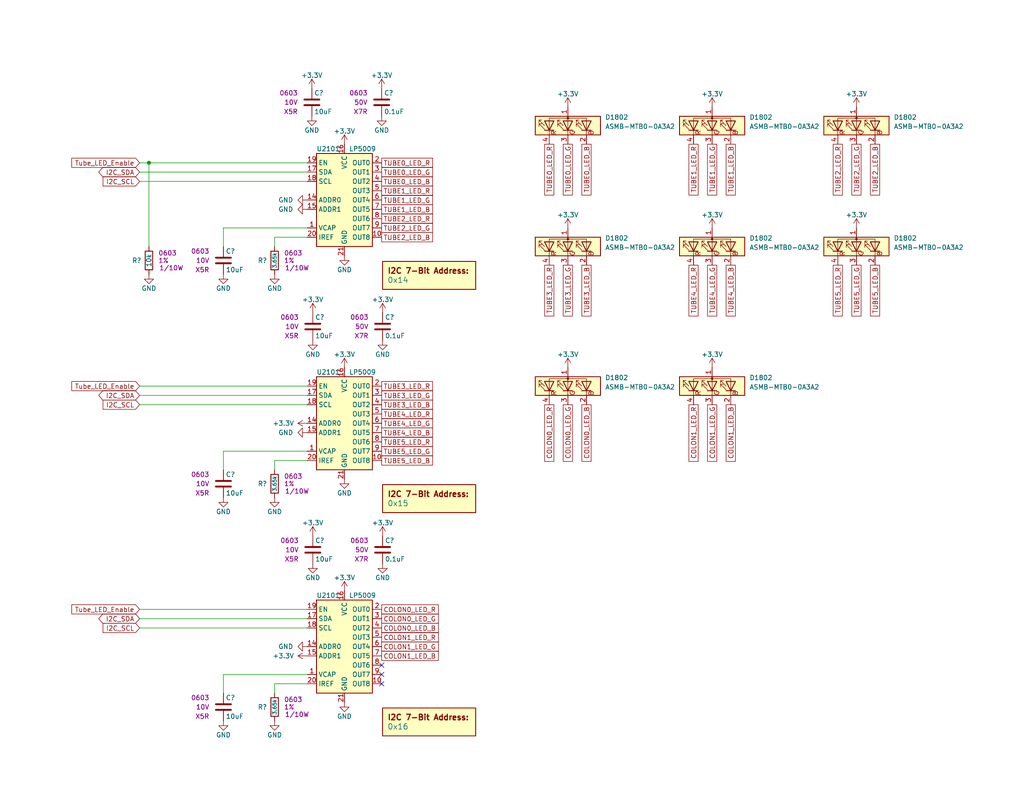
<source format=kicad_sch>
(kicad_sch (version 20230121) (generator eeschema)
  (paper "A")
  (title_block (date "2023-05-21") (rev "PRELIM") (company "Drew Maatman"))
  (lib_symbols
    (symbol "Custom_Library:C_Custom" (pin_numbers hide) (pin_names (offset 0.254))
      (property "Reference" "C" (at 0.635 2.54 0))
      (property "Value" "C_Custom" (at 0.635 -2.54 0))
      (property "display_footprint" "Foot" (at -3.81 2.54 0))
      (property "Voltage" "V" (at -3.81 0 0))
      (property "Dielectric" "Er" (at -3.81 -2.54 0))
      (symbol "C_Custom_0_1"
        (polyline (pts (xy -2.032 -0.762) (xy 2.032 -0.762)) (stroke (width 0.508)))
        (polyline (pts (xy -2.032 0.762) (xy 2.032 0.762)) (stroke (width 0.508)))
      )
      (symbol "C_Custom_1_1"
        (pin passive line (at 0 3.81 270) (length 2.794) (name "~") (number "1"))
        (pin passive line (at 0 -3.81 90) (length 2.794) (name "~") (number "2"))
      )
    )
    (symbol "Custom_Library:I2C_Address" (pin_names (offset 1.016))
      (property "Value" "I2C_Address" (at -11.43 0 0))
      (symbol "I2C_Address_0_0"
        (rectangle (start -12.7 5.08) (end 12.7 -2.54) (stroke (width 0.254)) (fill (type background)))
        (text "I2C 7-Bit Address:" (at -11.43 2.54 0) (effects (font (size 1.524 1.524) bold) (justify left)))
      )
    )
    (symbol "Custom_Library:LP5009"
      (property "Reference" "U" (at -7.62 13.97 0))
      (property "Value" "LP5009" (at 1.27 13.97 0))
      (symbol "LP5009_0_1"
        (rectangle (start -7.62 12.7) (end 7.62 -12.7) (stroke (width 0.254)) (fill (type background)))
      )
      (symbol "LP5009_1_1"
        (pin passive line (at -10.16 -7.62 0) (length 2.54) (name "VCAP") (number "1"))
        (pin output line (at 10.16 -10.16 180) (length 2.54) (name "OUT8") (number "10"))
        (pin no_connect line (at 1.27 -15.24 90) (length 2.54) hide (name "NC") (number "11"))
        (pin no_connect line (at 2.54 -15.24 90) (length 2.54) hide (name "NC") (number "12"))
        (pin no_connect line (at 3.81 -15.24 90) (length 2.54) hide (name "NC") (number "13"))
        (pin input line (at -10.16 0 0) (length 2.54) (name "ADDR0") (number "14"))
        (pin input line (at -10.16 -2.54 0) (length 2.54) (name "ADDR1") (number "15"))
        (pin power_in line (at 0 15.24 270) (length 2.54) (name "VCC") (number "16"))
        (pin bidirectional line (at -10.16 7.62 0) (length 2.54) (name "SDA") (number "17"))
        (pin bidirectional line (at -10.16 5.08 0) (length 2.54) (name "SCL") (number "18"))
        (pin input line (at -10.16 10.16 0) (length 2.54) (name "EN") (number "19"))
        (pin output line (at 10.16 10.16 180) (length 2.54) (name "OUT0") (number "2"))
        (pin passive line (at -10.16 -10.16 0) (length 2.54) (name "IREF") (number "20"))
        (pin power_in line (at 0 -15.24 90) (length 2.54) (name "GND") (number "21"))
        (pin output line (at 10.16 7.62 180) (length 2.54) (name "OUT1") (number "3"))
        (pin output line (at 10.16 5.08 180) (length 2.54) (name "OUT2") (number "4"))
        (pin output line (at 10.16 2.54 180) (length 2.54) (name "OUT3") (number "5"))
        (pin output line (at 10.16 0 180) (length 2.54) (name "OUT4") (number "6"))
        (pin output line (at 10.16 -2.54 180) (length 2.54) (name "OUT5") (number "7"))
        (pin output line (at 10.16 -5.08 180) (length 2.54) (name "OUT6") (number "8"))
        (pin output line (at 10.16 -7.62 180) (length 2.54) (name "OUT7") (number "9"))
      )
    )
    (symbol "Custom_Library:R_Custom" (pin_numbers hide) (pin_names (offset 1.016) hide)
      (property "Reference" "R" (at -2.54 0 90))
      (property "Value" "R_Custom" (at 0 0 90))
      (property "display_footprint" "Foot" (at 2.54 0 90))
      (property "Tolerance" "Tol" (at 5.08 0 90))
      (property "Wattage" "W" (at 7.62 0 90))
      (symbol "R_Custom_0_1"
        (rectangle (start 1.016 2.54) (end -1.016 -2.54) (stroke (width 0.254)))
      )
      (symbol "R_Custom_1_1"
        (pin passive line (at 0 3.81 270) (length 1.27) (name "1") (number "1"))
        (pin passive line (at 0 -3.81 90) (length 1.27) (name "2") (number "2"))
      )
    )
    (symbol "LED:ASMB-MTB0-0A3A2" (pin_names (offset 0) hide)
      (property "Reference" "D" (at 0 10.16 0))
      (property "Value" "ASMB-MTB0-0A3A2" (at 0 -10.16 0))
      (symbol "ASMB-MTB0-0A3A2_0_0"
        (text "B" (at -1.905 -6.35 0) (effects (font (size 1.27 1.27))))
        (text "G" (at -1.905 -1.27 0) (effects (font (size 1.27 1.27))))
        (text "R" (at -1.905 3.81 0) (effects (font (size 1.27 1.27))))
      )
      (symbol "ASMB-MTB0-0A3A2_0_1"
        (rectangle (start -2.54 -8.89) (end 2.54 8.89) (stroke (width 0.254)) (fill (type background)))
        (polyline (pts (xy -2.54 -5.08) (xy 1.27 -5.08)))
        (polyline (pts (xy -1.27 -3.81) (xy -1.27 -6.35)) (stroke (width 0.254)))
        (polyline (pts (xy -1.27 1.27) (xy -1.27 -1.27)) (stroke (width 0.254)))
        (polyline (pts (xy -1.27 6.35) (xy -1.27 3.81)) (stroke (width 0.254)))
        (polyline (pts (xy 1.27 5.08) (xy -2.54 5.08)))
        (polyline (pts (xy 2.54 0) (xy -2.54 0)))
        (polyline (pts (xy 1.27 -5.08) (xy 2.032 -5.08) (xy 2.032 5.08) (xy 1.27 5.08)))
        (polyline (pts (xy 1.27 -3.81) (xy 1.27 -6.35) (xy -1.27 -5.08) (xy 1.27 -3.81)) (stroke (width 0.254)))
        (polyline (pts (xy 1.27 1.27) (xy 1.27 -1.27) (xy -1.27 0) (xy 1.27 1.27)) (stroke (width 0.254)))
        (polyline (pts (xy 1.27 6.35) (xy 1.27 3.81) (xy -1.27 5.08) (xy 1.27 6.35)) (stroke (width 0.254)))
        (polyline (pts (xy -1.016 -3.81) (xy 0.508 -2.286) (xy -0.254 -2.286) (xy 0.508 -2.286) (xy 0.508 -3.048)))
        (polyline (pts (xy -1.016 1.27) (xy 0.508 2.794) (xy -0.254 2.794) (xy 0.508 2.794) (xy 0.508 2.032)))
        (polyline (pts (xy -1.016 6.35) (xy 0.508 7.874) (xy -0.254 7.874) (xy 0.508 7.874) (xy 0.508 7.112)))
        (polyline (pts (xy 0 -3.81) (xy 1.524 -2.286) (xy 0.762 -2.286) (xy 1.524 -2.286) (xy 1.524 -3.048)))
        (polyline (pts (xy 0 1.27) (xy 1.524 2.794) (xy 0.762 2.794) (xy 1.524 2.794) (xy 1.524 2.032)))
        (polyline (pts (xy 0 6.35) (xy 1.524 7.874) (xy 0.762 7.874) (xy 1.524 7.874) (xy 1.524 7.112)))
        (rectangle (start 1.27 6.35) (end 1.27 6.35))
        (circle (center 2.032 0) (radius 0.254) (fill (type outline)))
      )
      (symbol "ASMB-MTB0-0A3A2_1_1"
        (pin passive line (at 5.08 0 180) (length 2.54) (name "A") (number "1"))
        (pin passive line (at -5.08 -5.08 0) (length 2.54) (name "BK") (number "2"))
        (pin passive line (at -5.08 0 0) (length 2.54) (name "GK") (number "3"))
        (pin passive line (at -5.08 5.08 0) (length 2.54) (name "RK") (number "4"))
      )
    )
    (symbol "power:+3.3V" (power) (pin_names (offset 0))
      (property "Value" "+3.3V" (at 0 3.556 0))
      (symbol "+3.3V_0_1"
        (polyline (pts (xy -0.762 1.27) (xy 0 2.54)))
        (polyline (pts (xy 0 0) (xy 0 2.54)))
        (polyline (pts (xy 0 2.54) (xy 0.762 1.27)))
      )
      (symbol "+3.3V_1_1"
        (pin power_in line (at 0 0 90) (length 0) hide (name "+3.3V") (number "1"))
      )
    )
    (symbol "power:GND" (power) (pin_names (offset 0))
      (property "Value" "GND" (at 0 -3.81 0))
      (symbol "GND_0_1"
        (polyline (pts (xy 0 0) (xy 0 -1.27) (xy 1.27 -1.27) (xy 0 -2.54) (xy -1.27 -1.27) (xy 0 -1.27)))
      )
      (symbol "GND_1_1"
        (pin power_in line (at 0 0 270) (length 0) hide (name "GND") (number "1"))
      )
    )
  )
  (junction (at 40.64 44.45))
  (no_connect (at 104.14 186.69))
  (no_connect (at 104.14 184.15))
  (no_connect (at 104.14 181.61))
  (wire (pts (xy 38.1 168.91) (xy 83.82 168.91)))
  (wire (pts (xy 40.64 44.45) (xy 83.82 44.45)))
  (wire (pts (xy 40.64 67.31) (xy 40.64 44.45)))
  (wire (pts (xy 38.1 105.41) (xy 83.82 105.41)))
  (wire (pts (xy 38.1 166.37) (xy 83.82 166.37)))
  (wire (pts (xy 74.93 64.77) (xy 74.93 67.31)))
  (wire (pts (xy 60.96 184.15) (xy 60.96 189.23)))
  (wire (pts (xy 60.96 62.23) (xy 60.96 67.31)))
  (wire (pts (xy 38.1 107.95) (xy 83.82 107.95)))
  (wire (pts (xy 60.96 123.19) (xy 60.96 128.27)))
  (wire (pts (xy 83.82 184.15) (xy 60.96 184.15)))
  (wire (pts (xy 83.82 64.77) (xy 74.93 64.77)))
  (wire (pts (xy 83.82 186.69) (xy 74.93 186.69)))
  (wire (pts (xy 83.82 123.19) (xy 60.96 123.19)))
  (wire (pts (xy 38.1 171.45) (xy 83.82 171.45)))
  (wire (pts (xy 38.1 44.45) (xy 40.64 44.45)))
  (wire (pts (xy 83.82 62.23) (xy 60.96 62.23)))
  (wire (pts (xy 74.93 125.73) (xy 74.93 128.27)))
  (wire (pts (xy 38.1 46.99) (xy 83.82 46.99)))
  (wire (pts (xy 38.1 110.49) (xy 83.82 110.49)))
  (wire (pts (xy 74.93 186.69) (xy 74.93 189.23)))
  (wire (pts (xy 38.1 49.53) (xy 83.82 49.53)))
  (wire (pts (xy 83.82 125.73) (xy 74.93 125.73)))
  (global_label "COLON1_LED_B" (shape passive) (at 104.14 179.07 0) (property "Intersheetrefs" "${INTERSHEET_REFS}" (effects hide)))
  (global_label "TUBE5_LED_R" (shape passive) (at 228.6 72.39 270) (property "Intersheetrefs" "${INTERSHEET_REFS}" (effects hide)))
  (global_label "TUBE0_LED_G" (shape passive) (at 154.94 39.37 270) (property "Intersheetrefs" "${INTERSHEET_REFS}" (effects hide)))
  (global_label "COLON0_LED_B" (shape passive) (at 160.02 110.49 270) (property "Intersheetrefs" "${INTERSHEET_REFS}" (effects hide)))
  (global_label "TUBE5_LED_R" (shape passive) (at 104.14 120.65 0) (property "Intersheetrefs" "${INTERSHEET_REFS}" (effects hide)))
  (global_label "I2C_SCL" (shape input) (at 38.1 110.49 180) (property "Intersheetrefs" "${INTERSHEET_REFS}" (effects hide)))
  (global_label "COLON1_LED_R" (shape passive) (at 189.23 110.49 270) (property "Intersheetrefs" "${INTERSHEET_REFS}" (effects hide)))
  (global_label "TUBE2_LED_B" (shape passive) (at 104.14 64.77 0) (property "Intersheetrefs" "${INTERSHEET_REFS}" (effects hide)))
  (global_label "TUBE2_LED_G" (shape passive) (at 233.68 39.37 270) (property "Intersheetrefs" "${INTERSHEET_REFS}" (effects hide)))
  (global_label "TUBE1_LED_B" (shape passive) (at 199.39 39.37 270) (property "Intersheetrefs" "${INTERSHEET_REFS}" (effects hide)))
  (global_label "TUBE2_LED_G" (shape passive) (at 104.14 62.23 0) (property "Intersheetrefs" "${INTERSHEET_REFS}" (effects hide)))
  (global_label "TUBE2_LED_B" (shape passive) (at 238.76 39.37 270) (property "Intersheetrefs" "${INTERSHEET_REFS}" (effects hide)))
  (global_label "TUBE5_LED_G" (shape passive) (at 104.14 123.19 0) (property "Intersheetrefs" "${INTERSHEET_REFS}" (effects hide)))
  (global_label "TUBE3_LED_B" (shape passive) (at 104.14 110.49 0) (property "Intersheetrefs" "${INTERSHEET_REFS}" (effects hide)))
  (global_label "COLON0_LED_G" (shape passive) (at 154.94 110.49 270) (property "Intersheetrefs" "${INTERSHEET_REFS}" (effects hide)))
  (global_label "TUBE1_LED_G" (shape passive) (at 104.14 54.61 0) (property "Intersheetrefs" "${INTERSHEET_REFS}" (effects hide)))
  (global_label "TUBE0_LED_B" (shape passive) (at 104.14 49.53 0) (property "Intersheetrefs" "${INTERSHEET_REFS}" (effects hide)))
  (global_label "TUBE3_LED_R" (shape passive) (at 104.14 105.41 0) (property "Intersheetrefs" "${INTERSHEET_REFS}" (effects hide)))
  (global_label "TUBE4_LED_G" (shape passive) (at 194.31 72.39 270) (property "Intersheetrefs" "${INTERSHEET_REFS}" (effects hide)))
  (global_label "TUBE3_LED_G" (shape passive) (at 104.14 107.95 0) (property "Intersheetrefs" "${INTERSHEET_REFS}" (effects hide)))
  (global_label "I2C_SDA" (shape bidirectional) (at 38.1 46.99 180) (property "Intersheetrefs" "${INTERSHEET_REFS}" (effects hide)))
  (global_label "TUBE0_LED_R" (shape passive) (at 104.14 44.45 0) (property "Intersheetrefs" "${INTERSHEET_REFS}" (effects hide)))
  (global_label "COLON1_LED_G" (shape passive) (at 194.31 110.49 270) (property "Intersheetrefs" "${INTERSHEET_REFS}" (effects hide)))
  (global_label "TUBE2_LED_R" (shape passive) (at 228.6 39.37 270) (property "Intersheetrefs" "${INTERSHEET_REFS}" (effects hide)))
  (global_label "TUBE5_LED_B" (shape passive) (at 104.14 125.73 0) (property "Intersheetrefs" "${INTERSHEET_REFS}" (effects hide)))
  (global_label "TUBE3_LED_R" (shape passive) (at 149.86 72.39 270) (property "Intersheetrefs" "${INTERSHEET_REFS}" (effects hide)))
  (global_label "TUBE1_LED_R" (shape passive) (at 104.14 52.07 0) (property "Intersheetrefs" "${INTERSHEET_REFS}" (effects hide)))
  (global_label "TUBE0_LED_G" (shape passive) (at 104.14 46.99 0) (property "Intersheetrefs" "${INTERSHEET_REFS}" (effects hide)))
  (global_label "TUBE1_LED_G" (shape passive) (at 194.31 39.37 270) (property "Intersheetrefs" "${INTERSHEET_REFS}" (effects hide)))
  (global_label "TUBE5_LED_G" (shape passive) (at 233.68 72.39 270) (property "Intersheetrefs" "${INTERSHEET_REFS}" (effects hide)))
  (global_label "TUBE1_LED_B" (shape passive) (at 104.14 57.15 0) (property "Intersheetrefs" "${INTERSHEET_REFS}" (effects hide)))
  (global_label "TUBE4_LED_G" (shape passive) (at 104.14 115.57 0) (property "Intersheetrefs" "${INTERSHEET_REFS}" (effects hide)))
  (global_label "Tube_LED_Enable" (shape input) (at 38.1 105.41 180) (property "Intersheetrefs" "${INTERSHEET_REFS}" (effects hide)))
  (global_label "Tube_LED_Enable" (shape input) (at 38.1 166.37 180) (property "Intersheetrefs" "${INTERSHEET_REFS}" (effects hide)))
  (global_label "COLON1_LED_R" (shape passive) (at 104.14 173.99 0) (property "Intersheetrefs" "${INTERSHEET_REFS}" (effects hide)))
  (global_label "TUBE5_LED_B" (shape passive) (at 238.76 72.39 270) (property "Intersheetrefs" "${INTERSHEET_REFS}" (effects hide)))
  (global_label "COLON0_LED_R" (shape passive) (at 149.86 110.49 270) (property "Intersheetrefs" "${INTERSHEET_REFS}" (effects hide)))
  (global_label "COLON0_LED_R" (shape passive) (at 104.14 166.37 0) (property "Intersheetrefs" "${INTERSHEET_REFS}" (effects hide)))
  (global_label "I2C_SDA" (shape bidirectional) (at 38.1 168.91 180) (property "Intersheetrefs" "${INTERSHEET_REFS}" (effects hide)))
  (global_label "TUBE0_LED_B" (shape passive) (at 160.02 39.37 270) (property "Intersheetrefs" "${INTERSHEET_REFS}" (effects hide)))
  (global_label "TUBE3_LED_B" (shape passive) (at 160.02 72.39 270) (property "Intersheetrefs" "${INTERSHEET_REFS}" (effects hide)))
  (global_label "TUBE4_LED_R" (shape passive) (at 189.23 72.39 270) (property "Intersheetrefs" "${INTERSHEET_REFS}" (effects hide)))
  (global_label "I2C_SCL" (shape input) (at 38.1 49.53 180) (property "Intersheetrefs" "${INTERSHEET_REFS}" (effects hide)))
  (global_label "TUBE4_LED_R" (shape passive) (at 104.14 113.03 0) (property "Intersheetrefs" "${INTERSHEET_REFS}" (effects hide)))
  (global_label "I2C_SDA" (shape bidirectional) (at 38.1 107.95 180) (property "Intersheetrefs" "${INTERSHEET_REFS}" (effects hide)))
  (global_label "Tube_LED_Enable" (shape input) (at 38.1 44.45 180) (property "Intersheetrefs" "${INTERSHEET_REFS}" (effects hide)))
  (global_label "COLON0_LED_G" (shape passive) (at 104.14 168.91 0) (property "Intersheetrefs" "${INTERSHEET_REFS}" (effects hide)))
  (global_label "COLON1_LED_G" (shape passive) (at 104.14 176.53 0) (property "Intersheetrefs" "${INTERSHEET_REFS}" (effects hide)))
  (global_label "TUBE0_LED_R" (shape passive) (at 149.86 39.37 270) (property "Intersheetrefs" "${INTERSHEET_REFS}" (effects hide)))
  (global_label "I2C_SCL" (shape input) (at 38.1 171.45 180) (property "Intersheetrefs" "${INTERSHEET_REFS}" (effects hide)))
  (global_label "TUBE3_LED_G" (shape passive) (at 154.94 72.39 270) (property "Intersheetrefs" "${INTERSHEET_REFS}" (effects hide)))
  (global_label "TUBE4_LED_B" (shape passive) (at 104.14 118.11 0) (property "Intersheetrefs" "${INTERSHEET_REFS}" (effects hide)))
  (global_label "TUBE4_LED_B" (shape passive) (at 199.39 72.39 270) (property "Intersheetrefs" "${INTERSHEET_REFS}" (effects hide)))
  (global_label "COLON0_LED_B" (shape passive) (at 104.14 171.45 0) (property "Intersheetrefs" "${INTERSHEET_REFS}" (effects hide)))
  (global_label "TUBE1_LED_R" (shape passive) (at 189.23 39.37 270) (property "Intersheetrefs" "${INTERSHEET_REFS}" (effects hide)))
  (global_label "COLON1_LED_B" (shape passive) (at 199.39 110.49 270) (property "Intersheetrefs" "${INTERSHEET_REFS}" (effects hide)))
  (global_label "TUBE2_LED_R" (shape passive) (at 104.14 59.69 0) (property "Intersheetrefs" "${INTERSHEET_REFS}" (effects hide)))
  (symbol (lib_id "Custom_Library:LP5009") (at 93.98 54.61 0) (unit 1)
    (property "Reference" "U2101" (at 86.36 40.64 0) (effects (justify left)))
    (property "Value" "LP5009" (at 95.25 40.64 0) (effects (justify left)))
    (property "Footprint" "Housings_DFN_QFN:UQFN-20-1EP_3x3mm_Pitch0.4mm" (effects hide))
    (property "Datasheet" "https://www.ti.com/lit/ds/symlink/lp5009.pdf?ts=1596330853683" (effects hide))
    (property "Digi-Key PN" "296-LP5009RUKRCT-ND" (effects hide))
    (instances (project "Analog_Clock" (path "" (reference "U2101") (unit 1)) (path "" (reference "U?") (unit 1))) (project "IN12_carrier" (path "" (reference "U701") (unit 1))))
  )
  (symbol (lib_id "power:+3.3V") (at 233.68 62.23 0) (unit 1)
    (property "Reference" "#PWR01819" (effects hide))
    (property "Value" "+3.3V" (at 233.68 58.674 0))
    (instances (project "Analog_Clock" (path "" (reference "#PWR01819") (unit 1))) (project "IN12_carrier" (path "" (reference "#PWR0728") (unit 1))))
  )
  (symbol (lib_id "power:+3.3V") (at 85.344 146.304 0) (unit 1)
    (property "Reference" "#PWR?" (effects hide))
    (property "Value" "+3.3V" (at 85.344 142.748 0))
    (instances (project "Analog_Clock" (path "" (reference "#PWR?") (unit 1)) (path "" (reference "#PWR?") (unit 1)) (path "" (reference "#PWR?") (unit 1)) (path "" (reference "#PWR?") (unit 1)) (path "" (reference "#PWR?") (unit 1)) (path "" (reference "#PWR?") (unit 1)) (path "" (reference "#PWR02106") (unit 1))) (project "IN12_carrier" (path "" (reference "#PWR0734") (unit 1))))
  )
  (symbol (lib_id "LED:ASMB-MTB0-0A3A2") (at 233.68 34.29 90) (unit 1)
    (property "Reference" "D1802" (at 243.84 32.004 90) (effects (justify right)))
    (property "Value" "ASMB-MTB0-0A3A2" (at 243.84 34.544 90) (effects (justify right)))
    (property "Footprint" "LED_SMD:LED_Avago_PLCC4_3.2x2.8mm_CW" (effects hide))
    (property "Datasheet" "https://docs.broadcom.com/docs/AV02-4186EN" (effects hide))
    (property "Digi-Key PN" "516-3279-1-ND" (effects hide))
    (instances (project "Analog_Clock" (path "" (reference "D1802") (unit 1))) (project "IN12_carrier" (path "" (reference "D707") (unit 1))))
  )
  (symbol (lib_id "power:GND") (at 60.96 135.89 0) (unit 1)
    (property "Reference" "#PWR02102" (effects hide))
    (property "Value" "GND" (at 60.96 139.7 0))
    (instances (project "Analog_Clock" (path "" (reference "#PWR02102") (unit 1)) (path "" (reference "#PWR?") (unit 1))) (project "IN12_carrier" (path "" (reference "#PWR0713") (unit 1))))
  )
  (symbol (lib_id "power:GND") (at 104.394 153.924 0) (unit 1)
    (property "Reference" "#PWR?" (effects hide))
    (property "Value" "GND" (at 104.394 157.734 0))
    (instances (project "Analog_Clock" (path "" (reference "#PWR?") (unit 1)) (path "" (reference "#PWR?") (unit 1)) (path "" (reference "#PWR?") (unit 1)) (path "" (reference "#PWR?") (unit 1)) (path "" (reference "#PWR?") (unit 1)) (path "" (reference "#PWR?") (unit 1)) (path "" (reference "#PWR02111") (unit 1))) (project "IN12_carrier" (path "" (reference "#PWR0739") (unit 1))))
  )
  (symbol (lib_id "Custom_Library:C_Custom") (at 104.394 89.154 0) (unit 1)
    (property "Reference" "C?" (at 105.029 86.614 0) (effects (justify left)))
    (property "Value" "0.1uF" (at 105.029 91.694 0) (effects (justify left)))
    (property "Footprint" "Capacitors_SMD:C_0603" (effects hide))
    (property "display_footprint" "0603" (at 100.584 86.614 0) (effects (justify right)))
    (property "Voltage" "50V" (at 100.584 89.154 0) (effects (justify right)))
    (property "Dielectric" "X7R" (at 100.584 91.694 0) (effects (justify right)))
    (instances (project "Analog_Clock" (path "" (reference "C?") (unit 1)) (path "" (reference "C?") (unit 1)) (path "" (reference "C?") (unit 1)) (path "" (reference "C2103") (unit 1)) (path "" (reference "C?") (unit 1)) (path "" (reference "C?") (unit 1)) (path "" (reference "C?") (unit 1)) (path "" (reference "C?") (unit 1))) (project "IN12_carrier" (path "" (reference "C708") (unit 1))))
  )
  (symbol (lib_id "power:+3.3V") (at 104.394 146.304 0) (unit 1)
    (property "Reference" "#PWR?" (effects hide))
    (property "Value" "+3.3V" (at 104.394 142.748 0))
    (instances (project "Analog_Clock" (path "" (reference "#PWR?") (unit 1)) (path "" (reference "#PWR?") (unit 1)) (path "" (reference "#PWR?") (unit 1)) (path "" (reference "#PWR?") (unit 1)) (path "" (reference "#PWR?") (unit 1)) (path "" (reference "#PWR?") (unit 1)) (path "" (reference "#PWR02110") (unit 1))) (project "IN12_carrier" (path "" (reference "#PWR0738") (unit 1))))
  )
  (symbol (lib_id "power:+3.3V") (at 83.82 115.57 90) (unit 1)
    (property "Reference" "#PWR02108" (effects hide))
    (property "Value" "+3.3V" (at 80.264 115.57 90) (effects (justify left)))
    (instances (project "Analog_Clock" (path "" (reference "#PWR02108") (unit 1))) (project "IN12_carrier" (path "" (reference "#PWR0715") (unit 1))))
  )
  (symbol (lib_id "LED:ASMB-MTB0-0A3A2") (at 194.31 67.31 90) (unit 1)
    (property "Reference" "D1802" (at 204.47 65.024 90) (effects (justify right)))
    (property "Value" "ASMB-MTB0-0A3A2" (at 204.47 67.564 90) (effects (justify right)))
    (property "Footprint" "LED_SMD:LED_Avago_PLCC4_3.2x2.8mm_CW" (effects hide))
    (property "Datasheet" "https://docs.broadcom.com/docs/AV02-4186EN" (effects hide))
    (property "Digi-Key PN" "516-3279-1-ND" (effects hide))
    (instances (project "Analog_Clock" (path "" (reference "D1802") (unit 1))) (project "IN12_carrier" (path "" (reference "D705") (unit 1))))
  )
  (symbol (lib_id "LED:ASMB-MTB0-0A3A2") (at 194.31 105.41 90) (unit 1)
    (property "Reference" "D1802" (at 204.47 103.124 90) (effects (justify right)))
    (property "Value" "ASMB-MTB0-0A3A2" (at 204.47 105.664 90) (effects (justify right)))
    (property "Footprint" "LED_SMD:LED_Avago_PLCC4_3.2x2.8mm_CW" (effects hide))
    (property "Datasheet" "https://docs.broadcom.com/docs/AV02-4186EN" (effects hide))
    (property "Digi-Key PN" "516-3279-1-ND" (effects hide))
    (instances (project "Analog_Clock" (path "" (reference "D1802") (unit 1))) (project "IN12_carrier" (path "" (reference "D706") (unit 1))))
  )
  (symbol (lib_id "power:+3.3V") (at 104.14 24.13 0) (unit 1)
    (property "Reference" "#PWR?" (effects hide))
    (property "Value" "+3.3V" (at 104.14 20.574 0))
    (instances (project "Analog_Clock" (path "" (reference "#PWR?") (unit 1)) (path "" (reference "#PWR?") (unit 1)) (path "" (reference "#PWR?") (unit 1)) (path "" (reference "#PWR?") (unit 1)) (path "" (reference "#PWR?") (unit 1)) (path "" (reference "#PWR?") (unit 1)) (path "" (reference "#PWR02110") (unit 1))) (project "IN12_carrier" (path "" (reference "#PWR0710") (unit 1))))
  )
  (symbol (lib_id "Custom_Library:C_Custom") (at 85.09 27.94 0) (unit 1)
    (property "Reference" "C?" (at 85.725 25.4 0) (effects (justify left)))
    (property "Value" "10uF" (at 85.725 30.48 0) (effects (justify left)))
    (property "Footprint" "Capacitors_SMD:C_0603" (effects hide))
    (property "display_footprint" "0603" (at 81.28 25.4 0) (effects (justify right)))
    (property "Voltage" "10V" (at 81.28 27.94 0) (effects (justify right)))
    (property "Dielectric" "X5R" (at 81.28 30.48 0) (effects (justify right)))
    (instances (project "Analog_Clock" (path "" (reference "C?") (unit 1)) (path "" (reference "C?") (unit 1)) (path "" (reference "C?") (unit 1)) (path "" (reference "C?") (unit 1)) (path "" (reference "C?") (unit 1)) (path "" (reference "C?") (unit 1)) (path "" (reference "C?") (unit 1)) (path "" (reference "C?") (unit 1)) (path "" (reference "C?") (unit 1)) (path "" (reference "C2102") (unit 1)) (path "" (reference "C?") (unit 1))) (project "IN12_carrier" (path "" (reference "C704") (unit 1))))
  )
  (symbol (lib_id "power:GND") (at 83.82 54.61 270) (unit 1)
    (property "Reference" "#PWR02104" (effects hide))
    (property "Value" "GND" (at 80.01 54.61 90) (effects (justify right)))
    (instances (project "Analog_Clock" (path "" (reference "#PWR02104") (unit 1))) (project "IN12_carrier" (path "" (reference "#PWR0704") (unit 1))))
  )
  (symbol (lib_id "power:GND") (at 85.344 92.964 0) (unit 1)
    (property "Reference" "#PWR02107" (effects hide))
    (property "Value" "GND" (at 85.344 96.774 0))
    (instances (project "Analog_Clock" (path "" (reference "#PWR02107") (unit 1))) (project "IN12_carrier" (path "" (reference "#PWR0718") (unit 1))))
  )
  (symbol (lib_id "power:GND") (at 104.394 92.964 0) (unit 1)
    (property "Reference" "#PWR?" (effects hide))
    (property "Value" "GND" (at 104.394 96.774 0))
    (instances (project "Analog_Clock" (path "" (reference "#PWR?") (unit 1)) (path "" (reference "#PWR?") (unit 1)) (path "" (reference "#PWR?") (unit 1)) (path "" (reference "#PWR?") (unit 1)) (path "" (reference "#PWR?") (unit 1)) (path "" (reference "#PWR?") (unit 1)) (path "" (reference "#PWR02111") (unit 1))) (project "IN12_carrier" (path "" (reference "#PWR0722") (unit 1))))
  )
  (symbol (lib_id "Custom_Library:R_Custom") (at 74.93 132.08 0) (unit 1)
    (property "Reference" "R?" (at 72.898 132.08 0) (effects (justify right)))
    (property "Value" "3.65k" (at 74.93 132.08 90) (effects (font (size 1.016 1.016))))
    (property "Footprint" "Resistors_SMD:R_0603" (effects hide))
    (property "display_footprint" "0603" (at 77.47 130.048 0) (effects (justify left)))
    (property "Tolerance" "1%" (at 77.47 132.08 0) (effects (justify left)))
    (property "Wattage" "1/10W" (at 77.724 134.112 0) (effects (justify left)))
    (instances (project "Analog_Clock" (path "" (reference "R?") (unit 1)) (path "" (reference "R?") (unit 1)) (path "" (reference "R?") (unit 1)) (path "" (reference "R?") (unit 1)) (path "" (reference "R?") (unit 1)) (path "" (reference "R?") (unit 1)) (path "" (reference "R?") (unit 1)) (path "" (reference "R?") (unit 1)) (path "" (reference "R?") (unit 1)) (path "" (reference "R2102") (unit 1)) (path "" (reference "R?") (unit 1))) (project "IN12_carrier" (path "" (reference "R705") (unit 1))))
  )
  (symbol (lib_id "power:GND") (at 40.64 74.93 0) (unit 1)
    (property "Reference" "#PWR02101" (effects hide))
    (property "Value" "GND" (at 40.64 78.74 0))
    (instances (project "Analog_Clock" (path "" (reference "#PWR02101") (unit 1)) (path "" (reference "#PWR?") (unit 1))) (project "IN12_carrier" (path "" (reference "#PWR0701") (unit 1))))
  )
  (symbol (lib_id "power:+3.3V") (at 93.98 100.33 0) (unit 1)
    (property "Reference" "#PWR02108" (effects hide))
    (property "Value" "+3.3V" (at 93.98 96.774 0))
    (instances (project "Analog_Clock" (path "" (reference "#PWR02108") (unit 1))) (project "IN12_carrier" (path "" (reference "#PWR0719") (unit 1))))
  )
  (symbol (lib_id "Custom_Library:I2C_Address") (at 117.094 76.454 0) (unit 1)
    (property "Reference" "DOC2101" (effects hide))
    (property "Value" "0x14" (at 105.664 76.454 0) (effects (font (size 1.524 1.524)) (justify left)))
    (instances (project "Analog_Clock" (path "" (reference "DOC2101") (unit 1))) (project "IN12_carrier" (path "" (reference "DOC701") (unit 1))))
  )
  (symbol (lib_id "power:GND") (at 85.344 153.924 0) (unit 1)
    (property "Reference" "#PWR02107" (effects hide))
    (property "Value" "GND" (at 85.344 157.734 0))
    (instances (project "Analog_Clock" (path "" (reference "#PWR02107") (unit 1))) (project "IN12_carrier" (path "" (reference "#PWR0735") (unit 1))))
  )
  (symbol (lib_id "power:+3.3V") (at 154.94 29.21 0) (unit 1)
    (property "Reference" "#PWR01819" (effects hide))
    (property "Value" "+3.3V" (at 154.94 25.654 0))
    (instances (project "Analog_Clock" (path "" (reference "#PWR01819") (unit 1))) (project "IN12_carrier" (path "" (reference "#PWR0723") (unit 1))))
  )
  (symbol (lib_id "Custom_Library:C_Custom") (at 104.14 27.94 0) (unit 1)
    (property "Reference" "C?" (at 104.775 25.4 0) (effects (justify left)))
    (property "Value" "0.1uF" (at 104.775 30.48 0) (effects (justify left)))
    (property "Footprint" "Capacitors_SMD:C_0603" (effects hide))
    (property "display_footprint" "0603" (at 100.33 25.4 0) (effects (justify right)))
    (property "Voltage" "50V" (at 100.33 27.94 0) (effects (justify right)))
    (property "Dielectric" "X7R" (at 100.33 30.48 0) (effects (justify right)))
    (instances (project "Analog_Clock" (path "" (reference "C?") (unit 1)) (path "" (reference "C?") (unit 1)) (path "" (reference "C?") (unit 1)) (path "" (reference "C2103") (unit 1)) (path "" (reference "C?") (unit 1)) (path "" (reference "C?") (unit 1)) (path "" (reference "C?") (unit 1)) (path "" (reference "C?") (unit 1))) (project "IN12_carrier" (path "" (reference "C707") (unit 1))))
  )
  (symbol (lib_id "Custom_Library:R_Custom") (at 74.93 71.12 0) (unit 1)
    (property "Reference" "R?" (at 72.898 71.12 0) (effects (justify right)))
    (property "Value" "3.65k" (at 74.93 71.12 90) (effects (font (size 1.016 1.016))))
    (property "Footprint" "Resistors_SMD:R_0603" (effects hide))
    (property "display_footprint" "0603" (at 77.47 69.088 0) (effects (justify left)))
    (property "Tolerance" "1%" (at 77.47 71.12 0) (effects (justify left)))
    (property "Wattage" "1/10W" (at 77.724 73.152 0) (effects (justify left)))
    (instances (project "Analog_Clock" (path "" (reference "R?") (unit 1)) (path "" (reference "R?") (unit 1)) (path "" (reference "R?") (unit 1)) (path "" (reference "R?") (unit 1)) (path "" (reference "R?") (unit 1)) (path "" (reference "R?") (unit 1)) (path "" (reference "R?") (unit 1)) (path "" (reference "R?") (unit 1)) (path "" (reference "R?") (unit 1)) (path "" (reference "R2102") (unit 1)) (path "" (reference "R?") (unit 1))) (project "IN12_carrier" (path "" (reference "R704") (unit 1))))
  )
  (symbol (lib_id "power:+3.3V") (at 233.68 29.21 0) (unit 1)
    (property "Reference" "#PWR01819" (effects hide))
    (property "Value" "+3.3V" (at 233.68 25.654 0))
    (instances (project "Analog_Clock" (path "" (reference "#PWR01819") (unit 1))) (project "IN12_carrier" (path "" (reference "#PWR0725") (unit 1))))
  )
  (symbol (lib_id "Custom_Library:C_Custom") (at 104.394 150.114 0) (unit 1)
    (property "Reference" "C?" (at 105.029 147.574 0) (effects (justify left)))
    (property "Value" "0.1uF" (at 105.029 152.654 0) (effects (justify left)))
    (property "Footprint" "Capacitors_SMD:C_0603" (effects hide))
    (property "display_footprint" "0603" (at 100.584 147.574 0) (effects (justify right)))
    (property "Voltage" "50V" (at 100.584 150.114 0) (effects (justify right)))
    (property "Dielectric" "X7R" (at 100.584 152.654 0) (effects (justify right)))
    (instances (project "Analog_Clock" (path "" (reference "C?") (unit 1)) (path "" (reference "C?") (unit 1)) (path "" (reference "C?") (unit 1)) (path "" (reference "C2103") (unit 1)) (path "" (reference "C?") (unit 1)) (path "" (reference "C?") (unit 1)) (path "" (reference "C?") (unit 1)) (path "" (reference "C?") (unit 1))) (project "IN12_carrier" (path "" (reference "C709") (unit 1))))
  )
  (symbol (lib_id "Custom_Library:C_Custom") (at 60.96 71.12 0) (unit 1)
    (property "Reference" "C?" (at 61.595 68.58 0) (effects (justify left)))
    (property "Value" "10uF" (at 61.595 73.66 0) (effects (justify left)))
    (property "Footprint" "Capacitors_SMD:C_0603" (effects hide))
    (property "display_footprint" "0603" (at 57.15 68.58 0) (effects (justify right)))
    (property "Voltage" "10V" (at 57.15 71.12 0) (effects (justify right)))
    (property "Dielectric" "X5R" (at 57.15 73.66 0) (effects (justify right)))
    (instances (project "Analog_Clock" (path "" (reference "C?") (unit 1)) (path "" (reference "C?") (unit 1)) (path "" (reference "C?") (unit 1)) (path "" (reference "C?") (unit 1)) (path "" (reference "C?") (unit 1)) (path "" (reference "C?") (unit 1)) (path "" (reference "C?") (unit 1)) (path "" (reference "C?") (unit 1)) (path "" (reference "C?") (unit 1)) (path "" (reference "C2101") (unit 1)) (path "" (reference "C?") (unit 1))) (project "IN12_carrier" (path "" (reference "C701") (unit 1))))
  )
  (symbol (lib_id "Custom_Library:LP5009") (at 93.98 115.57 0) (unit 1)
    (property "Reference" "U2101" (at 86.36 101.6 0) (effects (justify left)))
    (property "Value" "LP5009" (at 95.25 101.6 0) (effects (justify left)))
    (property "Footprint" "Housings_DFN_QFN:UQFN-20-1EP_3x3mm_Pitch0.4mm" (effects hide))
    (property "Datasheet" "https://www.ti.com/lit/ds/symlink/lp5009.pdf?ts=1596330853683" (effects hide))
    (property "Digi-Key PN" "296-LP5009RUKRCT-ND" (effects hide))
    (instances (project "Analog_Clock" (path "" (reference "U2101") (unit 1)) (path "" (reference "U?") (unit 1))) (project "IN12_carrier" (path "" (reference "U702") (unit 1))))
  )
  (symbol (lib_id "LED:ASMB-MTB0-0A3A2") (at 194.31 34.29 90) (unit 1)
    (property "Reference" "D1802" (at 204.47 32.004 90) (effects (justify right)))
    (property "Value" "ASMB-MTB0-0A3A2" (at 204.47 34.544 90) (effects (justify right)))
    (property "Footprint" "LED_SMD:LED_Avago_PLCC4_3.2x2.8mm_CW" (effects hide))
    (property "Datasheet" "https://docs.broadcom.com/docs/AV02-4186EN" (effects hide))
    (property "Digi-Key PN" "516-3279-1-ND" (effects hide))
    (instances (project "Analog_Clock" (path "" (reference "D1802") (unit 1))) (project "IN12_carrier" (path "" (reference "D704") (unit 1))))
  )
  (symbol (lib_id "power:GND") (at 74.93 74.93 0) (unit 1)
    (property "Reference" "#PWR02103" (effects hide))
    (property "Value" "GND" (at 74.93 78.74 0))
    (instances (project "Analog_Clock" (path "" (reference "#PWR02103") (unit 1)) (path "" (reference "#PWR?") (unit 1))) (project "IN12_carrier" (path "" (reference "#PWR0703") (unit 1))))
  )
  (symbol (lib_id "power:+3.3V") (at 93.98 161.29 0) (unit 1)
    (property "Reference" "#PWR02108" (effects hide))
    (property "Value" "+3.3V" (at 93.98 157.734 0))
    (instances (project "Analog_Clock" (path "" (reference "#PWR02108") (unit 1))) (project "IN12_carrier" (path "" (reference "#PWR0736") (unit 1))))
  )
  (symbol (lib_id "power:GND") (at 93.98 191.77 0) (unit 1)
    (property "Reference" "#PWR02109" (effects hide))
    (property "Value" "GND" (at 93.98 195.58 0))
    (instances (project "Analog_Clock" (path "" (reference "#PWR02109") (unit 1))) (project "IN12_carrier" (path "" (reference "#PWR0737") (unit 1))))
  )
  (symbol (lib_id "Custom_Library:I2C_Address") (at 117.094 198.374 0) (unit 1)
    (property "Reference" "DOC2101" (effects hide))
    (property "Value" "0x16" (at 105.664 198.374 0) (effects (font (size 1.524 1.524)) (justify left)))
    (instances (project "Analog_Clock" (path "" (reference "DOC2101") (unit 1))) (project "IN12_carrier" (path "" (reference "DOC703") (unit 1))))
  )
  (symbol (lib_id "power:GND") (at 83.82 118.11 270) (unit 1)
    (property "Reference" "#PWR02105" (effects hide))
    (property "Value" "GND" (at 80.01 118.11 90) (effects (justify right)))
    (instances (project "Analog_Clock" (path "" (reference "#PWR02105") (unit 1))) (project "IN12_carrier" (path "" (reference "#PWR0716") (unit 1))))
  )
  (symbol (lib_id "LED:ASMB-MTB0-0A3A2") (at 154.94 67.31 90) (unit 1)
    (property "Reference" "D1802" (at 165.1 65.024 90) (effects (justify right)))
    (property "Value" "ASMB-MTB0-0A3A2" (at 165.1 67.564 90) (effects (justify right)))
    (property "Footprint" "LED_SMD:LED_Avago_PLCC4_3.2x2.8mm_CW" (effects hide))
    (property "Datasheet" "https://docs.broadcom.com/docs/AV02-4186EN" (effects hide))
    (property "Digi-Key PN" "516-3279-1-ND" (effects hide))
    (instances (project "Analog_Clock" (path "" (reference "D1802") (unit 1))) (project "IN12_carrier" (path "" (reference "D702") (unit 1))))
  )
  (symbol (lib_id "Custom_Library:R_Custom") (at 74.93 193.04 0) (unit 1)
    (property "Reference" "R?" (at 72.898 193.04 0) (effects (justify right)))
    (property "Value" "3.65k" (at 74.93 193.04 90) (effects (font (size 1.016 1.016))))
    (property "Footprint" "Resistors_SMD:R_0603" (effects hide))
    (property "display_footprint" "0603" (at 77.47 191.008 0) (effects (justify left)))
    (property "Tolerance" "1%" (at 77.47 193.04 0) (effects (justify left)))
    (property "Wattage" "1/10W" (at 77.724 195.072 0) (effects (justify left)))
    (instances (project "Analog_Clock" (path "" (reference "R?") (unit 1)) (path "" (reference "R?") (unit 1)) (path "" (reference "R?") (unit 1)) (path "" (reference "R?") (unit 1)) (path "" (reference "R?") (unit 1)) (path "" (reference "R?") (unit 1)) (path "" (reference "R?") (unit 1)) (path "" (reference "R?") (unit 1)) (path "" (reference "R?") (unit 1)) (path "" (reference "R2102") (unit 1)) (path "" (reference "R?") (unit 1))) (project "IN12_carrier" (path "" (reference "R706") (unit 1))))
  )
  (symbol (lib_id "Custom_Library:C_Custom") (at 85.344 150.114 0) (unit 1)
    (property "Reference" "C?" (at 85.979 147.574 0) (effects (justify left)))
    (property "Value" "10uF" (at 85.979 152.654 0) (effects (justify left)))
    (property "Footprint" "Capacitors_SMD:C_0603" (effects hide))
    (property "display_footprint" "0603" (at 81.534 147.574 0) (effects (justify right)))
    (property "Voltage" "10V" (at 81.534 150.114 0) (effects (justify right)))
    (property "Dielectric" "X5R" (at 81.534 152.654 0) (effects (justify right)))
    (instances (project "Analog_Clock" (path "" (reference "C?") (unit 1)) (path "" (reference "C?") (unit 1)) (path "" (reference "C?") (unit 1)) (path "" (reference "C?") (unit 1)) (path "" (reference "C?") (unit 1)) (path "" (reference "C?") (unit 1)) (path "" (reference "C?") (unit 1)) (path "" (reference "C?") (unit 1)) (path "" (reference "C?") (unit 1)) (path "" (reference "C2102") (unit 1)) (path "" (reference "C?") (unit 1))) (project "IN12_carrier" (path "" (reference "C706") (unit 1))))
  )
  (symbol (lib_id "power:+3.3V") (at 194.31 62.23 0) (unit 1)
    (property "Reference" "#PWR01819" (effects hide))
    (property "Value" "+3.3V" (at 194.31 58.674 0))
    (instances (project "Analog_Clock" (path "" (reference "#PWR01819") (unit 1))) (project "IN12_carrier" (path "" (reference "#PWR0727") (unit 1))))
  )
  (symbol (lib_id "Custom_Library:C_Custom") (at 60.96 132.08 0) (unit 1)
    (property "Reference" "C?" (at 61.595 129.54 0) (effects (justify left)))
    (property "Value" "10uF" (at 61.595 134.62 0) (effects (justify left)))
    (property "Footprint" "Capacitors_SMD:C_0603" (effects hide))
    (property "display_footprint" "0603" (at 57.15 129.54 0) (effects (justify right)))
    (property "Voltage" "10V" (at 57.15 132.08 0) (effects (justify right)))
    (property "Dielectric" "X5R" (at 57.15 134.62 0) (effects (justify right)))
    (instances (project "Analog_Clock" (path "" (reference "C?") (unit 1)) (path "" (reference "C?") (unit 1)) (path "" (reference "C?") (unit 1)) (path "" (reference "C?") (unit 1)) (path "" (reference "C?") (unit 1)) (path "" (reference "C?") (unit 1)) (path "" (reference "C?") (unit 1)) (path "" (reference "C?") (unit 1)) (path "" (reference "C?") (unit 1)) (path "" (reference "C2101") (unit 1)) (path "" (reference "C?") (unit 1))) (project "IN12_carrier" (path "" (reference "C702") (unit 1))))
  )
  (symbol (lib_id "power:+3.3V") (at 93.98 39.37 0) (unit 1)
    (property "Reference" "#PWR02108" (effects hide))
    (property "Value" "+3.3V" (at 93.98 35.814 0))
    (instances (project "Analog_Clock" (path "" (reference "#PWR02108") (unit 1))) (project "IN12_carrier" (path "" (reference "#PWR0708") (unit 1))))
  )
  (symbol (lib_id "power:GND") (at 104.14 31.75 0) (unit 1)
    (property "Reference" "#PWR?" (effects hide))
    (property "Value" "GND" (at 104.14 35.56 0))
    (instances (project "Analog_Clock" (path "" (reference "#PWR?") (unit 1)) (path "" (reference "#PWR?") (unit 1)) (path "" (reference "#PWR?") (unit 1)) (path "" (reference "#PWR?") (unit 1)) (path "" (reference "#PWR?") (unit 1)) (path "" (reference "#PWR?") (unit 1)) (path "" (reference "#PWR02111") (unit 1))) (project "IN12_carrier" (path "" (reference "#PWR0711") (unit 1))))
  )
  (symbol (lib_id "power:GND") (at 60.96 196.85 0) (unit 1)
    (property "Reference" "#PWR02102" (effects hide))
    (property "Value" "GND" (at 60.96 200.66 0))
    (instances (project "Analog_Clock" (path "" (reference "#PWR02102") (unit 1)) (path "" (reference "#PWR?") (unit 1))) (project "IN12_carrier" (path "" (reference "#PWR0730") (unit 1))))
  )
  (symbol (lib_id "power:+3.3V") (at 85.344 85.344 0) (unit 1)
    (property "Reference" "#PWR?" (effects hide))
    (property "Value" "+3.3V" (at 85.344 81.788 0))
    (instances (project "Analog_Clock" (path "" (reference "#PWR?") (unit 1)) (path "" (reference "#PWR?") (unit 1)) (path "" (reference "#PWR?") (unit 1)) (path "" (reference "#PWR?") (unit 1)) (path "" (reference "#PWR?") (unit 1)) (path "" (reference "#PWR?") (unit 1)) (path "" (reference "#PWR02106") (unit 1))) (project "IN12_carrier" (path "" (reference "#PWR0717") (unit 1))))
  )
  (symbol (lib_id "power:GND") (at 93.98 130.81 0) (unit 1)
    (property "Reference" "#PWR02109" (effects hide))
    (property "Value" "GND" (at 93.98 134.62 0))
    (instances (project "Analog_Clock" (path "" (reference "#PWR02109") (unit 1))) (project "IN12_carrier" (path "" (reference "#PWR0720") (unit 1))))
  )
  (symbol (lib_id "power:+3.3V") (at 154.94 62.23 0) (unit 1)
    (property "Reference" "#PWR01819" (effects hide))
    (property "Value" "+3.3V" (at 154.94 58.674 0))
    (instances (project "Analog_Clock" (path "" (reference "#PWR01819") (unit 1))) (project "IN12_carrier" (path "" (reference "#PWR0726") (unit 1))))
  )
  (symbol (lib_id "power:GND") (at 74.93 135.89 0) (unit 1)
    (property "Reference" "#PWR02103" (effects hide))
    (property "Value" "GND" (at 74.93 139.7 0))
    (instances (project "Analog_Clock" (path "" (reference "#PWR02103") (unit 1)) (path "" (reference "#PWR?") (unit 1))) (project "IN12_carrier" (path "" (reference "#PWR0714") (unit 1))))
  )
  (symbol (lib_id "power:GND") (at 83.82 57.15 270) (unit 1)
    (property "Reference" "#PWR02105" (effects hide))
    (property "Value" "GND" (at 80.01 57.15 90) (effects (justify right)))
    (instances (project "Analog_Clock" (path "" (reference "#PWR02105") (unit 1))) (project "IN12_carrier" (path "" (reference "#PWR0705") (unit 1))))
  )
  (symbol (lib_id "power:+3.3V") (at 154.94 100.33 0) (unit 1)
    (property "Reference" "#PWR01819" (effects hide))
    (property "Value" "+3.3V" (at 154.94 96.774 0))
    (instances (project "Analog_Clock" (path "" (reference "#PWR01819") (unit 1))) (project "IN12_carrier" (path "" (reference "#PWR0740") (unit 1))))
  )
  (symbol (lib_id "LED:ASMB-MTB0-0A3A2") (at 154.94 105.41 90) (unit 1)
    (property "Reference" "D1802" (at 165.1 103.124 90) (effects (justify right)))
    (property "Value" "ASMB-MTB0-0A3A2" (at 165.1 105.664 90) (effects (justify right)))
    (property "Footprint" "LED_SMD:LED_Avago_PLCC4_3.2x2.8mm_CW" (effects hide))
    (property "Datasheet" "https://docs.broadcom.com/docs/AV02-4186EN" (effects hide))
    (property "Digi-Key PN" "516-3279-1-ND" (effects hide))
    (instances (project "Analog_Clock" (path "" (reference "D1802") (unit 1))) (project "IN12_carrier" (path "" (reference "D703") (unit 1))))
  )
  (symbol (lib_id "Custom_Library:C_Custom") (at 85.344 89.154 0) (unit 1)
    (property "Reference" "C?" (at 85.979 86.614 0) (effects (justify left)))
    (property "Value" "10uF" (at 85.979 91.694 0) (effects (justify left)))
    (property "Footprint" "Capacitors_SMD:C_0603" (effects hide))
    (property "display_footprint" "0603" (at 81.534 86.614 0) (effects (justify right)))
    (property "Voltage" "10V" (at 81.534 89.154 0) (effects (justify right)))
    (property "Dielectric" "X5R" (at 81.534 91.694 0) (effects (justify right)))
    (instances (project "Analog_Clock" (path "" (reference "C?") (unit 1)) (path "" (reference "C?") (unit 1)) (path "" (reference "C?") (unit 1)) (path "" (reference "C?") (unit 1)) (path "" (reference "C?") (unit 1)) (path "" (reference "C?") (unit 1)) (path "" (reference "C?") (unit 1)) (path "" (reference "C?") (unit 1)) (path "" (reference "C?") (unit 1)) (path "" (reference "C2102") (unit 1)) (path "" (reference "C?") (unit 1))) (project "IN12_carrier" (path "" (reference "C705") (unit 1))))
  )
  (symbol (lib_id "power:GND") (at 74.93 196.85 0) (unit 1)
    (property "Reference" "#PWR02103" (effects hide))
    (property "Value" "GND" (at 74.93 200.66 0))
    (instances (project "Analog_Clock" (path "" (reference "#PWR02103") (unit 1)) (path "" (reference "#PWR?") (unit 1))) (project "IN12_carrier" (path "" (reference "#PWR0731") (unit 1))))
  )
  (symbol (lib_id "LED:ASMB-MTB0-0A3A2") (at 233.68 67.31 90) (unit 1)
    (property "Reference" "D1802" (at 243.84 65.024 90) (effects (justify right)))
    (property "Value" "ASMB-MTB0-0A3A2" (at 243.84 67.564 90) (effects (justify right)))
    (property "Footprint" "LED_SMD:LED_Avago_PLCC4_3.2x2.8mm_CW" (effects hide))
    (property "Datasheet" "https://docs.broadcom.com/docs/AV02-4186EN" (effects hide))
    (property "Digi-Key PN" "516-3279-1-ND" (effects hide))
    (instances (project "Analog_Clock" (path "" (reference "D1802") (unit 1))) (project "IN12_carrier" (path "" (reference "D708") (unit 1))))
  )
  (symbol (lib_id "power:+3.3V") (at 194.31 100.33 0) (unit 1)
    (property "Reference" "#PWR01819" (effects hide))
    (property "Value" "+3.3V" (at 194.31 96.774 0))
    (instances (project "Analog_Clock" (path "" (reference "#PWR01819") (unit 1))) (project "IN12_carrier" (path "" (reference "#PWR0741") (unit 1))))
  )
  (symbol (lib_id "Custom_Library:R_Custom") (at 40.64 71.12 0) (unit 1)
    (property "Reference" "R?" (at 38.608 71.12 0) (effects (justify right)))
    (property "Value" "10k" (at 40.64 71.12 90))
    (property "Footprint" "Resistors_SMD:R_0603" (effects hide))
    (property "display_footprint" "0603" (at 43.18 69.088 0) (effects (justify left)))
    (property "Tolerance" "1%" (at 43.18 71.12 0) (effects (justify left)))
    (property "Wattage" "1/10W" (at 43.434 73.152 0) (effects (justify left)))
    (instances (project "Analog_Clock" (path "" (reference "R?") (unit 1)) (path "" (reference "R?") (unit 1)) (path "" (reference "R?") (unit 1)) (path "" (reference "R?") (unit 1)) (path "" (reference "R?") (unit 1)) (path "" (reference "R?") (unit 1)) (path "" (reference "R?") (unit 1)) (path "" (reference "R?") (unit 1)) (path "" (reference "R?") (unit 1)) (path "" (reference "R2101") (unit 1)) (path "" (reference "R?") (unit 1))) (project "IN12_carrier" (path "" (reference "R701") (unit 1))))
  )
  (symbol (lib_id "power:GND") (at 93.98 69.85 0) (unit 1)
    (property "Reference" "#PWR02109" (effects hide))
    (property "Value" "GND" (at 93.98 73.66 0))
    (instances (project "Analog_Clock" (path "" (reference "#PWR02109") (unit 1))) (project "IN12_carrier" (path "" (reference "#PWR0709") (unit 1))))
  )
  (symbol (lib_id "Custom_Library:LP5009") (at 93.98 176.53 0) (unit 1)
    (property "Reference" "U2101" (at 86.36 162.56 0) (effects (justify left)))
    (property "Value" "LP5009" (at 95.25 162.56 0) (effects (justify left)))
    (property "Footprint" "Housings_DFN_QFN:UQFN-20-1EP_3x3mm_Pitch0.4mm" (effects hide))
    (property "Datasheet" "https://www.ti.com/lit/ds/symlink/lp5009.pdf?ts=1596330853683" (effects hide))
    (property "Digi-Key PN" "296-LP5009RUKRCT-ND" (effects hide))
    (instances (project "Analog_Clock" (path "" (reference "U2101") (unit 1)) (path "" (reference "U?") (unit 1))) (project "IN12_carrier" (path "" (reference "U703") (unit 1))))
  )
  (symbol (lib_id "LED:ASMB-MTB0-0A3A2") (at 154.94 34.29 90) (unit 1)
    (property "Reference" "D1802" (at 165.1 32.004 90) (effects (justify right)))
    (property "Value" "ASMB-MTB0-0A3A2" (at 165.1 34.544 90) (effects (justify right)))
    (property "Footprint" "LED_SMD:LED_Avago_PLCC4_3.2x2.8mm_CW" (effects hide))
    (property "Datasheet" "https://docs.broadcom.com/docs/AV02-4186EN" (effects hide))
    (property "Digi-Key PN" "516-3279-1-ND" (effects hide))
    (instances (project "Analog_Clock" (path "" (reference "D1802") (unit 1))) (project "IN12_carrier" (path "" (reference "D701") (unit 1))))
  )
  (symbol (lib_id "power:+3.3V") (at 85.09 24.13 0) (unit 1)
    (property "Reference" "#PWR?" (effects hide))
    (property "Value" "+3.3V" (at 85.09 20.574 0))
    (instances (project "Analog_Clock" (path "" (reference "#PWR?") (unit 1)) (path "" (reference "#PWR?") (unit 1)) (path "" (reference "#PWR?") (unit 1)) (path "" (reference "#PWR?") (unit 1)) (path "" (reference "#PWR?") (unit 1)) (path "" (reference "#PWR?") (unit 1)) (path "" (reference "#PWR02106") (unit 1))) (project "IN12_carrier" (path "" (reference "#PWR0706") (unit 1))))
  )
  (symbol (lib_id "Custom_Library:C_Custom") (at 60.96 193.04 0) (unit 1)
    (property "Reference" "C?" (at 61.595 190.5 0) (effects (justify left)))
    (property "Value" "10uF" (at 61.595 195.58 0) (effects (justify left)))
    (property "Footprint" "Capacitors_SMD:C_0603" (effects hide))
    (property "display_footprint" "0603" (at 57.15 190.5 0) (effects (justify right)))
    (property "Voltage" "10V" (at 57.15 193.04 0) (effects (justify right)))
    (property "Dielectric" "X5R" (at 57.15 195.58 0) (effects (justify right)))
    (instances (project "Analog_Clock" (path "" (reference "C?") (unit 1)) (path "" (reference "C?") (unit 1)) (path "" (reference "C?") (unit 1)) (path "" (reference "C?") (unit 1)) (path "" (reference "C?") (unit 1)) (path "" (reference "C?") (unit 1)) (path "" (reference "C?") (unit 1)) (path "" (reference "C?") (unit 1)) (path "" (reference "C?") (unit 1)) (path "" (reference "C2101") (unit 1)) (path "" (reference "C?") (unit 1))) (project "IN12_carrier" (path "" (reference "C703") (unit 1))))
  )
  (symbol (lib_id "power:GND") (at 83.82 176.53 270) (unit 1)
    (property "Reference" "#PWR02105" (effects hide))
    (property "Value" "GND" (at 80.01 176.53 90) (effects (justify right)))
    (instances (project "Analog_Clock" (path "" (reference "#PWR02105") (unit 1))) (project "IN12_carrier" (path "" (reference "#PWR0733") (unit 1))))
  )
  (symbol (lib_id "power:+3.3V") (at 83.82 179.07 90) (unit 1)
    (property "Reference" "#PWR02108" (effects hide))
    (property "Value" "+3.3V" (at 80.264 179.07 90) (effects (justify left)))
    (instances (project "Analog_Clock" (path "" (reference "#PWR02108") (unit 1))) (project "IN12_carrier" (path "" (reference "#PWR0732") (unit 1))))
  )
  (symbol (lib_id "power:+3.3V") (at 194.31 29.21 0) (unit 1)
    (property "Reference" "#PWR01819" (effects hide))
    (property "Value" "+3.3V" (at 194.31 25.654 0))
    (instances (project "Analog_Clock" (path "" (reference "#PWR01819") (unit 1))) (project "IN12_carrier" (path "" (reference "#PWR0724") (unit 1))))
  )
  (symbol (lib_id "power:GND") (at 85.09 31.75 0) (unit 1)
    (property "Reference" "#PWR02107" (effects hide))
    (property "Value" "GND" (at 85.09 35.56 0))
    (instances (project "Analog_Clock" (path "" (reference "#PWR02107") (unit 1))) (project "IN12_carrier" (path "" (reference "#PWR0707") (unit 1))))
  )
  (symbol (lib_id "power:+3.3V") (at 104.394 85.344 0) (unit 1)
    (property "Reference" "#PWR?" (effects hide))
    (property "Value" "+3.3V" (at 104.394 81.788 0))
    (instances (project "Analog_Clock" (path "" (reference "#PWR?") (unit 1)) (path "" (reference "#PWR?") (unit 1)) (path "" (reference "#PWR?") (unit 1)) (path "" (reference "#PWR?") (unit 1)) (path "" (reference "#PWR?") (unit 1)) (path "" (reference "#PWR?") (unit 1)) (path "" (reference "#PWR02110") (unit 1))) (project "IN12_carrier" (path "" (reference "#PWR0721") (unit 1))))
  )
  (symbol (lib_id "power:GND") (at 60.96 74.93 0) (unit 1)
    (property "Reference" "#PWR02102" (effects hide))
    (property "Value" "GND" (at 60.96 78.74 0))
    (instances (project "Analog_Clock" (path "" (reference "#PWR02102") (unit 1)) (path "" (reference "#PWR?") (unit 1))) (project "IN12_carrier" (path "" (reference "#PWR0702") (unit 1))))
  )
  (symbol (lib_id "Custom_Library:I2C_Address") (at 117.094 137.414 0) (unit 1)
    (property "Reference" "DOC2101" (effects hide))
    (property "Value" "0x15" (at 105.664 137.414 0) (effects (font (size 1.524 1.524)) (justify left)))
    (instances (project "Analog_Clock" (path "" (reference "DOC2101") (unit 1))) (project "IN12_carrier" (path "" (reference "DOC702") (unit 1))))
  )
)
</source>
